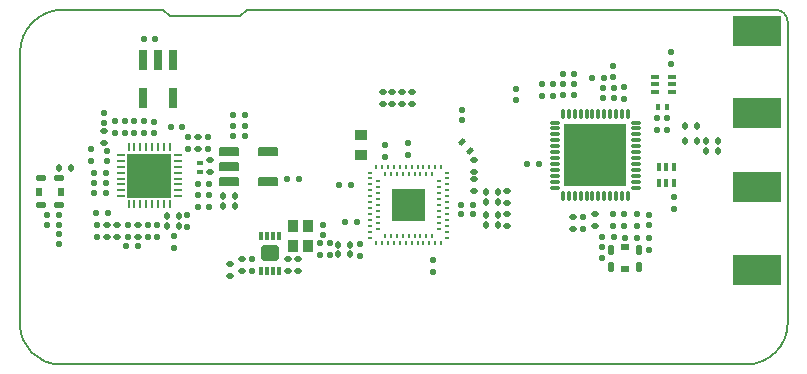
<source format=gbp>
G04*
G04 #@! TF.GenerationSoftware,Altium Limited,CircuitStudio,1.5.2 (30)*
G04*
G04 Layer_Color=16711833*
%FSLAX25Y25*%
%MOIN*%
G70*
G01*
G75*
G04:AMPARAMS|DCode=22|XSize=14.17mil|YSize=23mil|CornerRadius=0.71mil|HoleSize=0mil|Usage=FLASHONLY|Rotation=180.000|XOffset=0mil|YOffset=0mil|HoleType=Round|Shape=RoundedRectangle|*
%AMROUNDEDRECTD22*
21,1,0.01417,0.02158,0,0,180.0*
21,1,0.01276,0.02300,0,0,180.0*
1,1,0.00142,-0.00638,0.01079*
1,1,0.00142,0.00638,0.01079*
1,1,0.00142,0.00638,-0.01079*
1,1,0.00142,-0.00638,-0.01079*
%
%ADD22ROUNDEDRECTD22*%
G04:AMPARAMS|DCode=23|XSize=14.17mil|YSize=23mil|CornerRadius=0.71mil|HoleSize=0mil|Usage=FLASHONLY|Rotation=90.000|XOffset=0mil|YOffset=0mil|HoleType=Round|Shape=RoundedRectangle|*
%AMROUNDEDRECTD23*
21,1,0.01417,0.02158,0,0,90.0*
21,1,0.01276,0.02300,0,0,90.0*
1,1,0.00142,0.01079,0.00638*
1,1,0.00142,0.01079,-0.00638*
1,1,0.00142,-0.01079,-0.00638*
1,1,0.00142,-0.01079,0.00638*
%
%ADD23ROUNDEDRECTD23*%
G04:AMPARAMS|DCode=24|XSize=23.62mil|YSize=17.72mil|CornerRadius=4.43mil|HoleSize=0mil|Usage=FLASHONLY|Rotation=270.000|XOffset=0mil|YOffset=0mil|HoleType=Round|Shape=RoundedRectangle|*
%AMROUNDEDRECTD24*
21,1,0.02362,0.00886,0,0,270.0*
21,1,0.01476,0.01772,0,0,270.0*
1,1,0.00886,-0.00443,-0.00738*
1,1,0.00886,-0.00443,0.00738*
1,1,0.00886,0.00443,0.00738*
1,1,0.00886,0.00443,-0.00738*
%
%ADD24ROUNDEDRECTD24*%
G04:AMPARAMS|DCode=25|XSize=23.62mil|YSize=17.72mil|CornerRadius=4.43mil|HoleSize=0mil|Usage=FLASHONLY|Rotation=180.000|XOffset=0mil|YOffset=0mil|HoleType=Round|Shape=RoundedRectangle|*
%AMROUNDEDRECTD25*
21,1,0.02362,0.00886,0,0,180.0*
21,1,0.01476,0.01772,0,0,180.0*
1,1,0.00886,-0.00738,0.00443*
1,1,0.00886,0.00738,0.00443*
1,1,0.00886,0.00738,-0.00443*
1,1,0.00886,-0.00738,-0.00443*
%
%ADD25ROUNDEDRECTD25*%
%ADD30R,0.16496X0.10492*%
G04:AMPARAMS|DCode=33|XSize=21.65mil|YSize=17.72mil|CornerRadius=4.43mil|HoleSize=0mil|Usage=FLASHONLY|Rotation=180.000|XOffset=0mil|YOffset=0mil|HoleType=Round|Shape=RoundedRectangle|*
%AMROUNDEDRECTD33*
21,1,0.02165,0.00886,0,0,180.0*
21,1,0.01280,0.01772,0,0,180.0*
1,1,0.00886,-0.00640,0.00443*
1,1,0.00886,0.00640,0.00443*
1,1,0.00886,0.00640,-0.00443*
1,1,0.00886,-0.00640,-0.00443*
%
%ADD33ROUNDEDRECTD33*%
%ADD56C,0.00500*%
G04:AMPARAMS|DCode=75|XSize=65mil|YSize=30mil|CornerRadius=3mil|HoleSize=0mil|Usage=FLASHONLY|Rotation=180.000|XOffset=0mil|YOffset=0mil|HoleType=Round|Shape=RoundedRectangle|*
%AMROUNDEDRECTD75*
21,1,0.06500,0.02400,0,0,180.0*
21,1,0.05900,0.03000,0,0,180.0*
1,1,0.00600,-0.02950,0.01200*
1,1,0.00600,0.02950,0.01200*
1,1,0.00600,0.02950,-0.01200*
1,1,0.00600,-0.02950,-0.01200*
%
%ADD75ROUNDEDRECTD75*%
G04:AMPARAMS|DCode=76|XSize=35.43mil|YSize=43.31mil|CornerRadius=0.89mil|HoleSize=0mil|Usage=FLASHONLY|Rotation=0.000|XOffset=0mil|YOffset=0mil|HoleType=Round|Shape=RoundedRectangle|*
%AMROUNDEDRECTD76*
21,1,0.03543,0.04154,0,0,0.0*
21,1,0.03366,0.04331,0,0,0.0*
1,1,0.00177,0.01683,-0.02077*
1,1,0.00177,-0.01683,-0.02077*
1,1,0.00177,-0.01683,0.02077*
1,1,0.00177,0.01683,0.02077*
%
%ADD76ROUNDEDRECTD76*%
G04:AMPARAMS|DCode=77|XSize=64.96mil|YSize=29.92mil|CornerRadius=1.5mil|HoleSize=0mil|Usage=FLASHONLY|Rotation=90.000|XOffset=0mil|YOffset=0mil|HoleType=Round|Shape=RoundedRectangle|*
%AMROUNDEDRECTD77*
21,1,0.06496,0.02693,0,0,90.0*
21,1,0.06197,0.02992,0,0,90.0*
1,1,0.00299,0.01347,0.03098*
1,1,0.00299,0.01347,-0.03098*
1,1,0.00299,-0.01347,-0.03098*
1,1,0.00299,-0.01347,0.03098*
%
%ADD77ROUNDEDRECTD77*%
G04:AMPARAMS|DCode=78|XSize=41.34mil|YSize=33.47mil|CornerRadius=3.35mil|HoleSize=0mil|Usage=FLASHONLY|Rotation=0.000|XOffset=0mil|YOffset=0mil|HoleType=Round|Shape=RoundedRectangle|*
%AMROUNDEDRECTD78*
21,1,0.04134,0.02677,0,0,0.0*
21,1,0.03465,0.03347,0,0,0.0*
1,1,0.00669,0.01732,-0.01339*
1,1,0.00669,-0.01732,-0.01339*
1,1,0.00669,-0.01732,0.01339*
1,1,0.00669,0.01732,0.01339*
%
%ADD78ROUNDEDRECTD78*%
G04:AMPARAMS|DCode=79|XSize=23.62mil|YSize=17.72mil|CornerRadius=4.43mil|HoleSize=0mil|Usage=FLASHONLY|Rotation=225.000|XOffset=0mil|YOffset=0mil|HoleType=Round|Shape=RoundedRectangle|*
%AMROUNDEDRECTD79*
21,1,0.02362,0.00886,0,0,225.0*
21,1,0.01476,0.01772,0,0,225.0*
1,1,0.00886,-0.00835,-0.00209*
1,1,0.00886,0.00209,0.00835*
1,1,0.00886,0.00835,0.00209*
1,1,0.00886,-0.00209,-0.00835*
%
%ADD79ROUNDEDRECTD79*%
G04:AMPARAMS|DCode=80|XSize=27.56mil|YSize=16.93mil|CornerRadius=1.69mil|HoleSize=0mil|Usage=FLASHONLY|Rotation=0.000|XOffset=0mil|YOffset=0mil|HoleType=Round|Shape=RoundedRectangle|*
%AMROUNDEDRECTD80*
21,1,0.02756,0.01354,0,0,0.0*
21,1,0.02417,0.01693,0,0,0.0*
1,1,0.00339,0.01209,-0.00677*
1,1,0.00339,-0.01209,-0.00677*
1,1,0.00339,-0.01209,0.00677*
1,1,0.00339,0.01209,0.00677*
%
%ADD80ROUNDEDRECTD80*%
G04:AMPARAMS|DCode=81|XSize=19.69mil|YSize=32.48mil|CornerRadius=1.97mil|HoleSize=0mil|Usage=FLASHONLY|Rotation=0.000|XOffset=0mil|YOffset=0mil|HoleType=Round|Shape=RoundedRectangle|*
%AMROUNDEDRECTD81*
21,1,0.01969,0.02854,0,0,0.0*
21,1,0.01575,0.03248,0,0,0.0*
1,1,0.00394,0.00787,-0.01427*
1,1,0.00394,-0.00787,-0.01427*
1,1,0.00394,-0.00787,0.01427*
1,1,0.00394,0.00787,0.01427*
%
%ADD81ROUNDEDRECTD81*%
G04:AMPARAMS|DCode=82|XSize=27.56mil|YSize=16.93mil|CornerRadius=1.69mil|HoleSize=0mil|Usage=FLASHONLY|Rotation=270.000|XOffset=0mil|YOffset=0mil|HoleType=Round|Shape=RoundedRectangle|*
%AMROUNDEDRECTD82*
21,1,0.02756,0.01354,0,0,270.0*
21,1,0.02417,0.01693,0,0,270.0*
1,1,0.00339,-0.00677,-0.01209*
1,1,0.00339,-0.00677,0.01209*
1,1,0.00339,0.00677,0.01209*
1,1,0.00339,0.00677,-0.01209*
%
%ADD82ROUNDEDRECTD82*%
G04:AMPARAMS|DCode=83|XSize=19.69mil|YSize=32.48mil|CornerRadius=1.97mil|HoleSize=0mil|Usage=FLASHONLY|Rotation=270.000|XOffset=0mil|YOffset=0mil|HoleType=Round|Shape=RoundedRectangle|*
%AMROUNDEDRECTD83*
21,1,0.01969,0.02854,0,0,270.0*
21,1,0.01575,0.03248,0,0,270.0*
1,1,0.00394,-0.01427,-0.00787*
1,1,0.00394,-0.01427,0.00787*
1,1,0.00394,0.01427,0.00787*
1,1,0.00394,0.01427,-0.00787*
%
%ADD83ROUNDEDRECTD83*%
G04:AMPARAMS|DCode=84|XSize=25.59mil|YSize=13.78mil|CornerRadius=1.38mil|HoleSize=0mil|Usage=FLASHONLY|Rotation=90.000|XOffset=0mil|YOffset=0mil|HoleType=Round|Shape=RoundedRectangle|*
%AMROUNDEDRECTD84*
21,1,0.02559,0.01102,0,0,90.0*
21,1,0.02284,0.01378,0,0,90.0*
1,1,0.00276,0.00551,0.01142*
1,1,0.00276,0.00551,-0.01142*
1,1,0.00276,-0.00551,-0.01142*
1,1,0.00276,-0.00551,0.01142*
%
%ADD84ROUNDEDRECTD84*%
G04:AMPARAMS|DCode=85|XSize=25.59mil|YSize=13.78mil|CornerRadius=1.38mil|HoleSize=0mil|Usage=FLASHONLY|Rotation=180.000|XOffset=0mil|YOffset=0mil|HoleType=Round|Shape=RoundedRectangle|*
%AMROUNDEDRECTD85*
21,1,0.02559,0.01102,0,0,180.0*
21,1,0.02284,0.01378,0,0,180.0*
1,1,0.00276,-0.01142,0.00551*
1,1,0.00276,0.01142,0.00551*
1,1,0.00276,0.01142,-0.00551*
1,1,0.00276,-0.01142,-0.00551*
%
%ADD85ROUNDEDRECTD85*%
G04:AMPARAMS|DCode=86|XSize=29.53mil|YSize=11.81mil|CornerRadius=2.95mil|HoleSize=0mil|Usage=FLASHONLY|Rotation=270.000|XOffset=0mil|YOffset=0mil|HoleType=Round|Shape=RoundedRectangle|*
%AMROUNDEDRECTD86*
21,1,0.02953,0.00591,0,0,270.0*
21,1,0.02363,0.01181,0,0,270.0*
1,1,0.00591,-0.00295,-0.01181*
1,1,0.00591,-0.00295,0.01181*
1,1,0.00591,0.00295,0.01181*
1,1,0.00591,0.00295,-0.01181*
%
%ADD86ROUNDEDRECTD86*%
G04:AMPARAMS|DCode=87|XSize=57.09mil|YSize=53.15mil|CornerRadius=5.32mil|HoleSize=0mil|Usage=FLASHONLY|Rotation=180.000|XOffset=0mil|YOffset=0mil|HoleType=Round|Shape=RoundedRectangle|*
%AMROUNDEDRECTD87*
21,1,0.05709,0.04252,0,0,180.0*
21,1,0.04646,0.05315,0,0,180.0*
1,1,0.01063,-0.02323,0.02126*
1,1,0.01063,0.02323,0.02126*
1,1,0.01063,0.02323,-0.02126*
1,1,0.01063,-0.02323,-0.02126*
%
%ADD87ROUNDEDRECTD87*%
G04:AMPARAMS|DCode=88|XSize=15.75mil|YSize=8.66mil|CornerRadius=0.87mil|HoleSize=0mil|Usage=FLASHONLY|Rotation=180.000|XOffset=0mil|YOffset=0mil|HoleType=Round|Shape=RoundedRectangle|*
%AMROUNDEDRECTD88*
21,1,0.01575,0.00693,0,0,180.0*
21,1,0.01402,0.00866,0,0,180.0*
1,1,0.00173,-0.00701,0.00347*
1,1,0.00173,0.00701,0.00347*
1,1,0.00173,0.00701,-0.00347*
1,1,0.00173,-0.00701,-0.00347*
%
%ADD88ROUNDEDRECTD88*%
G04:AMPARAMS|DCode=89|XSize=15.75mil|YSize=8.66mil|CornerRadius=0.87mil|HoleSize=0mil|Usage=FLASHONLY|Rotation=90.000|XOffset=0mil|YOffset=0mil|HoleType=Round|Shape=RoundedRectangle|*
%AMROUNDEDRECTD89*
21,1,0.01575,0.00693,0,0,90.0*
21,1,0.01402,0.00866,0,0,90.0*
1,1,0.00173,0.00347,0.00701*
1,1,0.00173,0.00347,-0.00701*
1,1,0.00173,-0.00347,-0.00701*
1,1,0.00173,-0.00347,0.00701*
%
%ADD89ROUNDEDRECTD89*%
G04:AMPARAMS|DCode=91|XSize=33.47mil|YSize=11.81mil|CornerRadius=4.72mil|HoleSize=0mil|Usage=FLASHONLY|Rotation=180.000|XOffset=0mil|YOffset=0mil|HoleType=Round|Shape=RoundedRectangle|*
%AMROUNDEDRECTD91*
21,1,0.03347,0.00236,0,0,180.0*
21,1,0.02402,0.01181,0,0,180.0*
1,1,0.00945,-0.01201,0.00118*
1,1,0.00945,0.01201,0.00118*
1,1,0.00945,0.01201,-0.00118*
1,1,0.00945,-0.01201,-0.00118*
%
%ADD91ROUNDEDRECTD91*%
G04:AMPARAMS|DCode=92|XSize=33.47mil|YSize=11.81mil|CornerRadius=4.72mil|HoleSize=0mil|Usage=FLASHONLY|Rotation=90.000|XOffset=0mil|YOffset=0mil|HoleType=Round|Shape=RoundedRectangle|*
%AMROUNDEDRECTD92*
21,1,0.03347,0.00236,0,0,90.0*
21,1,0.02402,0.01181,0,0,90.0*
1,1,0.00945,0.00118,0.01201*
1,1,0.00945,0.00118,-0.01201*
1,1,0.00945,-0.00118,-0.01201*
1,1,0.00945,-0.00118,0.01201*
%
%ADD92ROUNDEDRECTD92*%
%ADD94R,0.14567X0.14567*%
%ADD95O,0.03150X0.00984*%
%ADD96O,0.00984X0.03150*%
G04:AMPARAMS|DCode=104|XSize=21.62mil|YSize=17.69mil|CornerRadius=3.92mil|HoleSize=0mil|Usage=FLASHONLY|Rotation=180.000|XOffset=0mil|YOffset=0mil|HoleType=Round|Shape=RoundedRectangle|*
%AMROUNDEDRECTD104*
21,1,0.02162,0.00984,0,0,180.0*
21,1,0.01378,0.01769,0,0,180.0*
1,1,0.00784,-0.00689,0.00492*
1,1,0.00784,0.00689,0.00492*
1,1,0.00784,0.00689,-0.00492*
1,1,0.00784,-0.00689,-0.00492*
%
%ADD104ROUNDEDRECTD104*%
G04:AMPARAMS|DCode=105|XSize=21.62mil|YSize=17.69mil|CornerRadius=3.92mil|HoleSize=0mil|Usage=FLASHONLY|Rotation=270.000|XOffset=0mil|YOffset=0mil|HoleType=Round|Shape=RoundedRectangle|*
%AMROUNDEDRECTD105*
21,1,0.02162,0.00984,0,0,270.0*
21,1,0.01378,0.01769,0,0,270.0*
1,1,0.00784,-0.00492,-0.00689*
1,1,0.00784,-0.00492,0.00689*
1,1,0.00784,0.00492,0.00689*
1,1,0.00784,0.00492,-0.00689*
%
%ADD105ROUNDEDRECTD105*%
G04:AMPARAMS|DCode=172|XSize=208.66mil|YSize=208.66mil|CornerRadius=0mil|HoleSize=0mil|Usage=FLASHONLY|Rotation=90.000|XOffset=0mil|YOffset=0mil|HoleType=Round|Shape=RoundedRectangle|*
%AMROUNDEDRECTD172*
21,1,0.20866,0.20866,0,0,90.0*
21,1,0.20866,0.20866,0,0,90.0*
1,1,0.00000,0.10433,0.10433*
1,1,0.00000,0.10433,-0.10433*
1,1,0.00000,-0.10433,-0.10433*
1,1,0.00000,-0.10433,0.10433*
%
%ADD172ROUNDEDRECTD172*%
G36*
X1169657Y747120D02*
X1158698D01*
Y758079D01*
X1169657D01*
Y747120D01*
D02*
G37*
D22*
X1250176Y785281D02*
D03*
X1247176D02*
D03*
D23*
X1094576Y766681D02*
D03*
Y763681D02*
D03*
D24*
X1144576Y736181D02*
D03*
X1140576D02*
D03*
X1087587Y749029D02*
D03*
X1083587D02*
D03*
X1106176Y755581D02*
D03*
X1102176D02*
D03*
X1144566Y739411D02*
D03*
X1140566D02*
D03*
X1194059Y745870D02*
D03*
X1190059D02*
D03*
X1106176Y752281D02*
D03*
X1102176D02*
D03*
X1087587Y745486D02*
D03*
X1083587D02*
D03*
X1194059Y749118D02*
D03*
X1190059D02*
D03*
X1194035Y753557D02*
D03*
X1190035D02*
D03*
X1194059Y756795D02*
D03*
X1190059D02*
D03*
X1263176Y773881D02*
D03*
X1267176D02*
D03*
X1263176Y770581D02*
D03*
X1267176D02*
D03*
X1256176Y773981D02*
D03*
X1260176D02*
D03*
X1256176Y778981D02*
D03*
X1260176D02*
D03*
X1047556Y764911D02*
D03*
X1051556D02*
D03*
D25*
X1097976Y763581D02*
D03*
Y767581D02*
D03*
X1226425Y749604D02*
D03*
Y745604D02*
D03*
X1063576Y742081D02*
D03*
Y746081D02*
D03*
X1094076Y771181D02*
D03*
Y775181D02*
D03*
X1067076Y746081D02*
D03*
Y742081D02*
D03*
X1073876D02*
D03*
Y746081D02*
D03*
X1104576Y732881D02*
D03*
Y728881D02*
D03*
X1185953Y761245D02*
D03*
Y757245D02*
D03*
X1186080Y767761D02*
D03*
Y763761D02*
D03*
X1062476Y777281D02*
D03*
Y773281D02*
D03*
X1218876Y744681D02*
D03*
Y748681D02*
D03*
X1196956Y749566D02*
D03*
Y745566D02*
D03*
X1196956Y757243D02*
D03*
Y753243D02*
D03*
X1155536Y790411D02*
D03*
Y786411D02*
D03*
X1158716Y790391D02*
D03*
Y786391D02*
D03*
X1161956Y790401D02*
D03*
Y786401D02*
D03*
X1165316Y790401D02*
D03*
Y786401D02*
D03*
X1108586Y730741D02*
D03*
Y734741D02*
D03*
X1127216Y730671D02*
D03*
Y734671D02*
D03*
X1124026Y730711D02*
D03*
Y734711D02*
D03*
D30*
X1280174Y783114D02*
D03*
Y810614D02*
D03*
Y730948D02*
D03*
Y758448D02*
D03*
D33*
X1063475Y767408D02*
D03*
Y770754D02*
D03*
X1232330Y795439D02*
D03*
Y798785D02*
D03*
X1244141Y749277D02*
D03*
Y745931D02*
D03*
X1047497Y739580D02*
D03*
Y742926D02*
D03*
X1181881Y784433D02*
D03*
Y781086D02*
D03*
X1062485Y779847D02*
D03*
Y783194D02*
D03*
X1135766Y745880D02*
D03*
Y742534D02*
D03*
D56*
X1290528Y813564D02*
G03*
X1286362Y817730I-4166J0D01*
G01*
X1048995D02*
G03*
X1034623Y803358I0J-14372D01*
G01*
X1034623Y712769D02*
G03*
X1047891Y699502I13268J0D01*
G01*
X1276749Y699502D02*
G03*
X1290528Y713281I0J13780D01*
G01*
X1107961Y815466D02*
X1110224Y817730D01*
X1048995D02*
X1082327D01*
X1084591Y815466D01*
X1290528Y767631D02*
Y813564D01*
X1110224Y817730D02*
X1286362D01*
X1290528Y713281D02*
Y718006D01*
X1034623Y796470D02*
Y803358D01*
X1084591Y815466D02*
X1107961D01*
X1290528Y718006D02*
Y767631D01*
X1034623Y712769D02*
X1034623Y796470D01*
X1047891Y699502D02*
X1276749Y699502D01*
D75*
X1117333Y770368D02*
D03*
Y760368D02*
D03*
X1104433Y770368D02*
D03*
Y765368D02*
D03*
Y760368D02*
D03*
D76*
X1130735Y738935D02*
D03*
X1125616D02*
D03*
Y745627D02*
D03*
X1130735D02*
D03*
D77*
X1075792Y788250D02*
D03*
X1085792D02*
D03*
X1075792Y801006D02*
D03*
X1085792D02*
D03*
X1080792D02*
D03*
D78*
X1148315Y776013D02*
D03*
Y769320D02*
D03*
D79*
X1184738Y770646D02*
D03*
X1181909Y773475D02*
D03*
D80*
X1236267Y731126D02*
D03*
Y738496D02*
D03*
D81*
X1240795Y737712D02*
D03*
X1231739D02*
D03*
Y731905D02*
D03*
X1240795D02*
D03*
D82*
X1040960Y757100D02*
D03*
X1048330D02*
D03*
D83*
X1047546Y752572D02*
D03*
Y761627D02*
D03*
X1041739D02*
D03*
Y752572D02*
D03*
D84*
X1247517Y765437D02*
D03*
X1250076D02*
D03*
X1252635D02*
D03*
X1247517Y759925D02*
D03*
X1250076D02*
D03*
X1252635D02*
D03*
D85*
X1246320Y790222D02*
D03*
Y792781D02*
D03*
Y795340D02*
D03*
X1251832Y790222D02*
D03*
Y792781D02*
D03*
Y795340D02*
D03*
D86*
X1114983Y742417D02*
D03*
X1116952D02*
D03*
X1118920D02*
D03*
X1120889D02*
D03*
Y730605D02*
D03*
X1118920D02*
D03*
X1116952D02*
D03*
X1114983D02*
D03*
D87*
X1117936Y736511D02*
D03*
D88*
X1176971Y763428D02*
D03*
Y761459D02*
D03*
Y759491D02*
D03*
Y757522D02*
D03*
Y755554D02*
D03*
Y753585D02*
D03*
Y751617D02*
D03*
Y749648D02*
D03*
Y747680D02*
D03*
Y745711D02*
D03*
Y743743D02*
D03*
Y741774D02*
D03*
X1151380D02*
D03*
Y743743D02*
D03*
Y745711D02*
D03*
Y747680D02*
D03*
Y749648D02*
D03*
Y751617D02*
D03*
Y753585D02*
D03*
Y755554D02*
D03*
Y757522D02*
D03*
Y759491D02*
D03*
Y761459D02*
D03*
Y763428D02*
D03*
X1174412Y760475D02*
D03*
Y758507D02*
D03*
Y756538D02*
D03*
Y754570D02*
D03*
Y752601D02*
D03*
Y750633D02*
D03*
Y748664D02*
D03*
Y746696D02*
D03*
Y744727D02*
D03*
X1153939D02*
D03*
Y746696D02*
D03*
Y748664D02*
D03*
Y750633D02*
D03*
Y752601D02*
D03*
Y754570D02*
D03*
Y756538D02*
D03*
Y758507D02*
D03*
Y760475D02*
D03*
D89*
X1175002Y739806D02*
D03*
X1173034D02*
D03*
X1171065D02*
D03*
X1169097D02*
D03*
X1167128D02*
D03*
X1165160D02*
D03*
X1163191D02*
D03*
X1161223D02*
D03*
X1159254D02*
D03*
X1157286D02*
D03*
X1155317D02*
D03*
X1153349D02*
D03*
Y765396D02*
D03*
X1155317D02*
D03*
X1157286D02*
D03*
X1159254D02*
D03*
X1161223D02*
D03*
X1163191D02*
D03*
X1165160D02*
D03*
X1167128D02*
D03*
X1169097D02*
D03*
X1171065D02*
D03*
X1173034D02*
D03*
X1175002D02*
D03*
X1172050Y742365D02*
D03*
X1170081D02*
D03*
X1168113D02*
D03*
X1166144D02*
D03*
X1164176D02*
D03*
X1162207D02*
D03*
X1160239D02*
D03*
X1158270D02*
D03*
X1156302D02*
D03*
Y762837D02*
D03*
X1158270D02*
D03*
X1160239D02*
D03*
X1162207D02*
D03*
X1164176D02*
D03*
X1166144D02*
D03*
X1168113D02*
D03*
X1170081D02*
D03*
X1172050D02*
D03*
D91*
X1240007Y780084D02*
D03*
Y778116D02*
D03*
Y776147D02*
D03*
Y774179D02*
D03*
Y772210D02*
D03*
Y770242D02*
D03*
Y768273D02*
D03*
Y766305D02*
D03*
Y764336D02*
D03*
Y762368D02*
D03*
Y760399D02*
D03*
Y758431D02*
D03*
X1212842D02*
D03*
Y760399D02*
D03*
Y762368D02*
D03*
Y764336D02*
D03*
Y766305D02*
D03*
Y768273D02*
D03*
Y770242D02*
D03*
Y772210D02*
D03*
Y774179D02*
D03*
Y776147D02*
D03*
Y778116D02*
D03*
Y780084D02*
D03*
D92*
X1237251Y755675D02*
D03*
X1235283D02*
D03*
X1233314D02*
D03*
X1231346D02*
D03*
X1229377D02*
D03*
X1227409D02*
D03*
X1225440D02*
D03*
X1223472D02*
D03*
X1221503D02*
D03*
X1219535D02*
D03*
X1217566D02*
D03*
X1215598D02*
D03*
Y782840D02*
D03*
X1217566D02*
D03*
X1219535D02*
D03*
X1221503D02*
D03*
X1223472D02*
D03*
X1225440D02*
D03*
X1227409D02*
D03*
X1229377D02*
D03*
X1231346D02*
D03*
X1233314D02*
D03*
X1235283D02*
D03*
X1237251D02*
D03*
D94*
X1077713Y762415D02*
D03*
D95*
X1087261Y755525D02*
D03*
Y757494D02*
D03*
Y759462D02*
D03*
Y761431D02*
D03*
Y763399D02*
D03*
Y765368D02*
D03*
Y767336D02*
D03*
Y769305D02*
D03*
X1068166D02*
D03*
Y767336D02*
D03*
Y765368D02*
D03*
Y763399D02*
D03*
Y761431D02*
D03*
Y759462D02*
D03*
Y757494D02*
D03*
Y755525D02*
D03*
D96*
X1084603Y771962D02*
D03*
X1082635D02*
D03*
X1080666D02*
D03*
X1078698D02*
D03*
X1076729D02*
D03*
X1074761D02*
D03*
X1072792D02*
D03*
X1070824D02*
D03*
Y752868D02*
D03*
X1072792D02*
D03*
X1074761D02*
D03*
X1076729D02*
D03*
X1078698D02*
D03*
X1080666D02*
D03*
X1082635D02*
D03*
X1084603D02*
D03*
D104*
X1251631Y803557D02*
D03*
Y799620D02*
D03*
X1250253Y781509D02*
D03*
Y777572D02*
D03*
X1236070Y745635D02*
D03*
Y749572D02*
D03*
X1252676Y751413D02*
D03*
Y755350D02*
D03*
X1058127Y767336D02*
D03*
Y771273D02*
D03*
X1066376Y776513D02*
D03*
Y780450D02*
D03*
X1090410Y749226D02*
D03*
Y745289D02*
D03*
X1069576Y776513D02*
D03*
Y780450D02*
D03*
X1072776Y776513D02*
D03*
Y780450D02*
D03*
X1228676Y734813D02*
D03*
Y738750D02*
D03*
X1080322Y746027D02*
D03*
Y742090D02*
D03*
X1077172Y746027D02*
D03*
Y742090D02*
D03*
X1070479D02*
D03*
Y746027D02*
D03*
X1079239Y776490D02*
D03*
Y780427D02*
D03*
X1076076Y776513D02*
D03*
Y780450D02*
D03*
X1060176Y742113D02*
D03*
Y746050D02*
D03*
X1164032Y769305D02*
D03*
Y773242D02*
D03*
X1172376Y730213D02*
D03*
Y734150D02*
D03*
X1147876Y735613D02*
D03*
Y739550D02*
D03*
X1156175Y772664D02*
D03*
Y768727D02*
D03*
X1097376Y771213D02*
D03*
Y775150D02*
D03*
X1208708Y792879D02*
D03*
Y788942D02*
D03*
X1212251D02*
D03*
Y792879D02*
D03*
X1232330Y745635D02*
D03*
Y749572D02*
D03*
X1222276Y748650D02*
D03*
Y744713D02*
D03*
X1247103Y781509D02*
D03*
Y777572D02*
D03*
X1236076Y791850D02*
D03*
Y787913D02*
D03*
X1240204Y749572D02*
D03*
Y745635D02*
D03*
X1244141Y737761D02*
D03*
Y741698D02*
D03*
X1111976Y734680D02*
D03*
Y730743D02*
D03*
X1090776Y771213D02*
D03*
Y775150D02*
D03*
X1085876Y742350D02*
D03*
Y738413D02*
D03*
X1199991Y791421D02*
D03*
Y787484D02*
D03*
X1134506Y735983D02*
D03*
Y739920D02*
D03*
X1137806Y736003D02*
D03*
Y739940D02*
D03*
D105*
X1105642Y775662D02*
D03*
X1109579D02*
D03*
X1105666Y779049D02*
D03*
X1109603D02*
D03*
X1105666Y782494D02*
D03*
X1109603D02*
D03*
X1075843Y807887D02*
D03*
X1079780D02*
D03*
X1123678Y761234D02*
D03*
X1127615D02*
D03*
X1093855Y752080D02*
D03*
X1097792D02*
D03*
X1093855Y755919D02*
D03*
X1097792D02*
D03*
X1088744Y778681D02*
D03*
X1084807D02*
D03*
X1093855Y759757D02*
D03*
X1097792D02*
D03*
X1070085Y738940D02*
D03*
X1074022D02*
D03*
X1063944Y750081D02*
D03*
X1060007D02*
D03*
X1063144Y756681D02*
D03*
X1059207D02*
D03*
X1059209Y760053D02*
D03*
X1063146D02*
D03*
X1147044Y747081D02*
D03*
X1143107D02*
D03*
X1181749Y752769D02*
D03*
X1185686D02*
D03*
X1141007Y759281D02*
D03*
X1144944D02*
D03*
X1215507Y796381D02*
D03*
X1219444D02*
D03*
X1228807Y788181D02*
D03*
X1232744D02*
D03*
X1228807Y791681D02*
D03*
X1232744D02*
D03*
X1215507Y792781D02*
D03*
X1219444D02*
D03*
X1215507Y789181D02*
D03*
X1219444D02*
D03*
X1225207Y794981D02*
D03*
X1229144D02*
D03*
X1203787Y766305D02*
D03*
X1207724D02*
D03*
X1228590Y741895D02*
D03*
X1232527D02*
D03*
X1236267Y741698D02*
D03*
X1240204D02*
D03*
X1185644Y749481D02*
D03*
X1181707D02*
D03*
X1063144Y763381D02*
D03*
X1059207D02*
D03*
X1043560Y745781D02*
D03*
X1047497D02*
D03*
X1043560Y749127D02*
D03*
X1047497D02*
D03*
D172*
X1226425Y769257D02*
D03*
M02*

</source>
